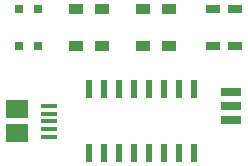
<source format=gtp>
G04 #@! TF.FileFunction,Paste,Top*
%FSLAX46Y46*%
G04 Gerber Fmt 4.6, Leading zero omitted, Abs format (unit mm)*
G04 Created by KiCad (PCBNEW 4.0.7-e2-6376~58~ubuntu17.04.1) date Mon Oct  2 11:39:13 2017*
%MOMM*%
%LPD*%
G01*
G04 APERTURE LIST*
%ADD10C,0.100000*%
%ADD11R,0.800000X0.800000*%
%ADD12R,0.600000X1.500000*%
%ADD13R,1.900000X1.500000*%
%ADD14R,1.350000X0.400000*%
%ADD15R,1.700000X0.700000*%
%ADD16R,1.200000X0.750000*%
%ADD17R,1.200000X0.900000*%
G04 APERTURE END LIST*
D10*
D11*
X150025000Y-104140000D03*
X148425000Y-104140000D03*
X150025000Y-100965000D03*
X148425000Y-100965000D03*
D12*
X163195000Y-107790000D03*
X161925000Y-107790000D03*
X160655000Y-107790000D03*
X159385000Y-107790000D03*
X158115000Y-107790000D03*
X156845000Y-107790000D03*
X155575000Y-107790000D03*
X154305000Y-107790000D03*
X154305000Y-113190000D03*
X155575000Y-113190000D03*
X156845000Y-113190000D03*
X158115000Y-113190000D03*
X159385000Y-113190000D03*
X160655000Y-113190000D03*
X161925000Y-113190000D03*
X163195000Y-113190000D03*
D13*
X148240000Y-111490000D03*
D14*
X150940000Y-109840000D03*
X150940000Y-109190000D03*
X150940000Y-111790000D03*
X150940000Y-111140000D03*
X150940000Y-110490000D03*
D13*
X148240000Y-109490000D03*
D15*
X166370000Y-110420000D03*
X166370000Y-109220000D03*
X166370000Y-108020000D03*
D16*
X166685000Y-100965000D03*
X164785000Y-100965000D03*
X166685000Y-104140000D03*
X164785000Y-104140000D03*
D17*
X158920000Y-100965000D03*
X161120000Y-100965000D03*
X158920000Y-104140000D03*
X161120000Y-104140000D03*
X155405000Y-104140000D03*
X153205000Y-104140000D03*
X153205000Y-100965000D03*
X155405000Y-100965000D03*
M02*

</source>
